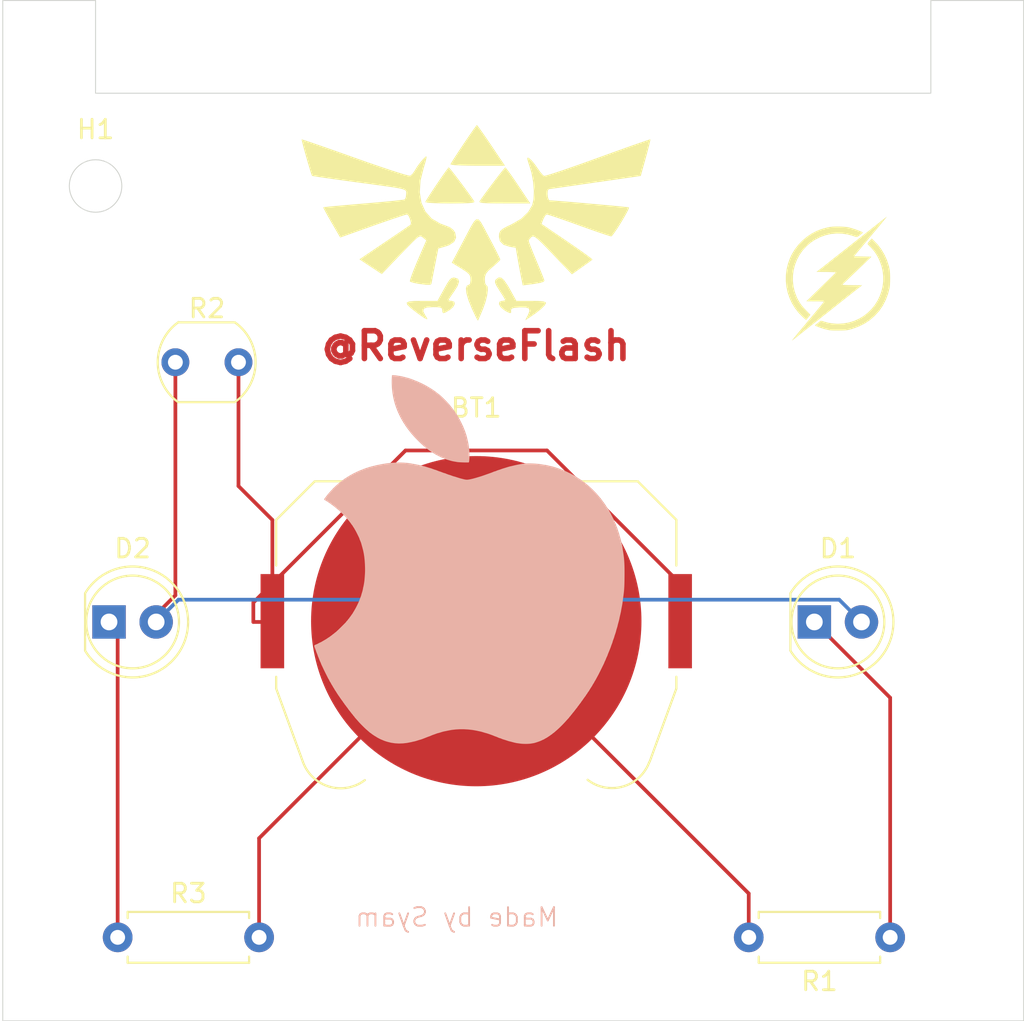
<source format=kicad_pcb>
(kicad_pcb (version 20241229) (generator "pcbnew") (generator_version "9.0")
  (layers (0 "F.Cu" signal) (2 "B.Cu" signal) (13 "F.Paste" user) (15 "B.Paste" user) (5 "F.SilkS" user "F.Silkscreen") (7 "B.SilkS" user "B.Silkscreen") (1 "F.Mask" user) (3 "B.Mask" user) (25 "Edge.Cuts" user))
  (net 0 "")
  (net 1 "Net-(BT1-+)")
  (net 2 "Net-(BT1--)")
  (net 3 "Net-(D1-K)")
  (net 4 "Net-(D2-K)")
  (net 5 "Net-(D1-A)")
  (footprint "LOGO" (layer "F.Cu") (at 150.5 87)
    (property "Reference" "G***" (hide yes))
    (property "Value" "LOGO" (hide yes))
  )
  (footprint "Battery:BatteryHolder_Keystone_3034_1x20mm" (layer "F.Cu") (at 150.51 108.458075)
    (property "Reference" "BT1" (at 0 -11.5 0) (layer "F.SilkS"))
    (property "Value" "Battery_Cell")
    (pad "1" smd rect (at -10.985 0) (size 1.27 5.08) (layers "F.Cu" "F.Mask" "F.Paste") (net 1 "Net-(BT1-+)"))
    (pad "1" smd rect (at 10.985 0) (size 1.27 5.08) (layers "F.Cu" "F.Mask" "F.Paste") (net 1 "Net-(BT1-+)"))
    (pad "2" smd circle (at 0 0) (size 17.8 17.8) (layers "F.Cu" "F.Mask") (net 2 "Net-(BT1--)"))
  )
  (footprint "LOGO" (layer "F.Cu") (at 170 90)
    (property "Reference" "G***" (hide yes))
    (property "Value" "LOGO" (hide yes))
  )
  (footprint "LED_THT:LED_D5.0mm" (layer "F.Cu") (at 130.725 108.5)
    (property "Reference" "D2" (at 1.27 -3.96 0) (layer "F.SilkS"))
    (property "Value" "LED")
    (pad "1" thru_hole rect (at 0 0) (size 1.8 1.8) (drill 0.9) (layers "*.Cu" "*.Mask") (net 4 "Net-(D2-K)"))
    (pad "2" thru_hole circle (at 2.54 0) (size 1.8 1.8) (drill 0.9) (layers "*.Cu" "*.Mask") (net 5 "Net-(D1-A)"))
  )
  (footprint "LED_THT:LED_D5.0mm" (layer "F.Cu") (at 168.725 108.5)
    (property "Reference" "D1" (at 1.27 -3.96 0) (layer "F.SilkS"))
    (property "Value" "LED")
    (pad "1" thru_hole rect (at 0 0) (size 1.8 1.8) (drill 0.9) (layers "*.Cu" "*.Mask") (net 3 "Net-(D1-K)"))
    (pad "2" thru_hole circle (at 2.54 0) (size 1.8 1.8) (drill 0.9) (layers "*.Cu" "*.Mask") (net 5 "Net-(D1-A)"))
  )
  (footprint "OptoDevice:R_LDR_5.1x4.3mm_P3.4mm_Vertical" (layer "F.Cu") (at 134.3 94.5)
    (property "Reference" "R2" (at 1.7 -2.9 0) (layer "F.SilkS"))
    (property "Value" "R_Photo")
    (pad "1" thru_hole circle (at 0 0) (size 1.5 1.5) (drill 0.8) (layers "*.Cu" "*.Mask") (net 5 "Net-(D1-A)"))
    (pad "2" thru_hole circle (at 3.4 0) (size 1.5 1.5) (drill 0.8) (layers "*.Cu" "*.Mask") (net 1 "Net-(BT1-+)"))
  )
  (footprint "Resistor_THT:R_Axial_DIN0207_L6.3mm_D2.5mm_P7.62mm_Horizontal" (layer "F.Cu") (at 172.81 125.5 180)
    (property "Reference" "R1" (at 3.81 -2.37 0) (layer "F.SilkS"))
    (property "Value" "R")
    (pad "1" thru_hole circle (at 0 0 180) (size 1.6 1.6) (drill 0.8) (layers "*.Cu" "*.Mask") (net 3 "Net-(D1-K)"))
    (pad "2" thru_hole circle (at 7.62 0 180) (size 1.6 1.6) (drill 0.8) (layers "*.Cu" "*.Mask") (net 2 "Net-(BT1--)"))
  )
  (footprint "MountingHole:MountingHole_2.1mm" (layer "F.Cu") (at 130 85)
    (property "Reference" "H1" (at 0 -3.05 0) (layer "F.SilkS"))
    (property "Value" "MountingHole")
    (pad "" np_thru_hole circle (at 0 0) (size 2.1 2.1) (drill 2.1) (layers "*.Cu" "*.Mask"))
  )
  (footprint "Resistor_THT:R_Axial_DIN0207_L6.3mm_D2.5mm_P7.62mm_Horizontal" (layer "F.Cu") (at 131.19 125.5)
    (property "Reference" "R3" (at 3.81 -2.37 0) (layer "F.SilkS"))
    (property "Value" "R")
    (pad "1" thru_hole circle (at 0 0) (size 1.6 1.6) (drill 0.8) (layers "*.Cu" "*.Mask") (net 4 "Net-(D2-K)"))
    (pad "2" thru_hole circle (at 7.62 0) (size 1.6 1.6) (drill 0.8) (layers "*.Cu" "*.Mask") (net 2 "Net-(BT1--)"))
  )
  (footprint "LOGO" (layer "B.Cu") (at 150 105 180)
    (property "Reference" "G***" (hide yes))
    (property "Value" "LOGO" (hide yes))
  )
  (gr_poly (pts (xy 125 130) (xy 125 75) (xy 130 75) (xy 130 80) (xy 175 80) (xy 175 75) (xy 180 75) (xy 180 130)) (stroke (width 0.05)) (fill no) (layer "Edge.Cuts"))
  (gr_circle (center 130 85) (end 131 86) (stroke (width 0.05)) (fill no) (layer "Edge.Cuts"))
  (gr_text "@ReverseFlash" (at 142 94.5 0) (layer "F.Cu") (effects (font (size 1.5 1.5) (thickness 0.3) (bold yes)) (justify left bottom)))
  (gr_text "Made by Syam" (at 155 125 0) (layer "B.SilkS") (effects (font (size 1 1) (thickness 0.1)) (justify left bottom mirror)))
  (segment (start 146.698821 99.257075) (end 154.321179 99.257075) (width 0.2) (layer "F.Cu") (net 1))
  (segment (start 154.321179 99.257075) (end 161.495 106.430896) (width 0.2) (layer "F.Cu") (net 1))
  (segment (start 138.5 108.5) (end 138.5 107.455896) (width 0.2) (layer "F.Cu") (net 1))
  (segment (start 138.5 108.5) (end 139.483075 108.5) (width 0.2) (layer "F.Cu") (net 1))
  (segment (start 137.7 101.175) (end 139.525 103) (width 0.2) (layer "F.Cu") (net 1))
  (segment (start 139.525 108.458075) (end 139.525 103) (width 0.2) (layer "F.Cu") (net 1))
  (segment (start 139.483075 108.5) (end 139.525 108.458075) (width 0.2) (layer "F.Cu") (net 1))
  (segment (start 137.7 94.5) (end 137.7 101.175) (width 0.2) (layer "F.Cu") (net 1))
  (segment (start 161.495 106.430896) (end 161.495 108.458075) (width 0.2) (layer "F.Cu") (net 1))
  (segment (start 138.5 107.455896) (end 146.698821 99.257075) (width 0.2) (layer "F.Cu") (net 1))
  (segment (start 138.81 120.158075) (end 150.51 108.458075) (width 0.2) (layer "F.Cu") (net 2))
  (segment (start 138.81 125.5) (end 138.81 120.158075) (width 0.2) (layer "F.Cu") (net 2))
  (segment (start 165.19 123.138075) (end 150.51 108.458075) (width 0.2) (layer "F.Cu") (net 2))
  (segment (start 165.19 125.5) (end 165.19 123.138075) (width 0.2) (layer "F.Cu") (net 2))
  (segment (start 172.81 112.585) (end 168.725 108.5) (width 0.2) (layer "F.Cu") (net 3))
  (segment (start 172.81 125.5) (end 172.81 112.585) (width 0.2) (layer "F.Cu") (net 3))
  (segment (start 131.19 125.5) (end 131.19 108.965) (width 0.2) (layer "F.Cu") (net 4))
  (segment (start 131.19 108.965) (end 130.725 108.5) (width 0.2) (layer "F.Cu") (net 4))
  (segment (start 134.3 107.064) (end 133.265 108.099) (width 0.2) (layer "F.Cu") (net 5))
  (segment (start 134.3 94.5) (end 134.3 107.064) (width 0.2) (layer "F.Cu") (net 5))
  (segment (start 133.666 108.099) (end 133.265 108.099) (width 0.2) (layer "F.Cu") (net 5))
  (segment (start 134.466 107.299) (end 133.265 108.5) (width 0.2) (layer "B.Cu") (net 5))
  (segment (start 171.265 108.5) (end 170.064 107.299) (width 0.2) (layer "B.Cu") (net 5))
  (segment (start 170.064 107.299) (end 134.466 107.299) (width 0.2) (layer "B.Cu") (net 5))
)
</source>
